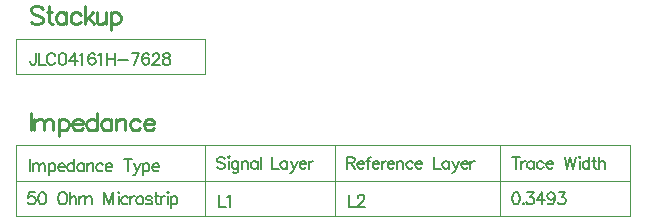
<source format=gbr>
%TF.GenerationSoftware,Altium Limited,Altium Designer,25.2.1 (25)*%
G04 Layer_Color=16777215*
%FSLAX45Y45*%
%MOMM*%
%TF.SameCoordinates,2968D444-F816-4350-AB46-43E4CE3DDFF8*%
%TF.FilePolarity,Positive*%
%TF.FileFunction,Other,Fab_Notes*%
%TF.Part,Single*%
G01*
G75*
%TA.AperFunction,NonConductor*%
%ADD56C,0.25000*%
%ADD58C,0.20000*%
%ADD102C,0.10000*%
D56*
X-3375000Y2875000D02*
Y2725033D01*
X-3343579Y2825011D02*
Y2725033D01*
Y2796446D02*
X-3322155Y2817870D01*
X-3307872Y2825011D01*
X-3286448D01*
X-3272165Y2817870D01*
X-3265024Y2796446D01*
Y2725033D01*
Y2796446D02*
X-3243600Y2817870D01*
X-3229317Y2825011D01*
X-3207893D01*
X-3193611Y2817870D01*
X-3186469Y2796446D01*
Y2725033D01*
X-3139337Y2825011D02*
Y2675043D01*
Y2803587D02*
X-3125054Y2817870D01*
X-3110771Y2825011D01*
X-3089347D01*
X-3075065Y2817870D01*
X-3060782Y2803587D01*
X-3053641Y2782163D01*
Y2767881D01*
X-3060782Y2746457D01*
X-3075065Y2732174D01*
X-3089347Y2725033D01*
X-3110771D01*
X-3125054Y2732174D01*
X-3139337Y2746457D01*
X-3021505Y2782163D02*
X-2935809D01*
Y2796446D01*
X-2942950Y2810728D01*
X-2950091Y2817870D01*
X-2964374Y2825011D01*
X-2985798D01*
X-3000081Y2817870D01*
X-3014364Y2803587D01*
X-3021505Y2782163D01*
Y2767881D01*
X-3014364Y2746457D01*
X-3000081Y2732174D01*
X-2985798Y2725033D01*
X-2964374D01*
X-2950091Y2732174D01*
X-2935809Y2746457D01*
X-2817977Y2875000D02*
Y2725033D01*
Y2803587D02*
X-2832260Y2817870D01*
X-2846542Y2825011D01*
X-2867966D01*
X-2882249Y2817870D01*
X-2896532Y2803587D01*
X-2903673Y2782163D01*
Y2767881D01*
X-2896532Y2746457D01*
X-2882249Y2732174D01*
X-2867966Y2725033D01*
X-2846542D01*
X-2832260Y2732174D01*
X-2817977Y2746457D01*
X-2692290Y2825011D02*
Y2725033D01*
Y2803587D02*
X-2706572Y2817870D01*
X-2720855Y2825011D01*
X-2742279D01*
X-2756562Y2817870D01*
X-2770844Y2803587D01*
X-2777986Y2782163D01*
Y2767881D01*
X-2770844Y2746457D01*
X-2756562Y2732174D01*
X-2742279Y2725033D01*
X-2720855D01*
X-2706572Y2732174D01*
X-2692290Y2746457D01*
X-2652298Y2825011D02*
Y2725033D01*
Y2796446D02*
X-2630874Y2817870D01*
X-2616592Y2825011D01*
X-2595168D01*
X-2580885Y2817870D01*
X-2573744Y2796446D01*
Y2725033D01*
X-2448771Y2803587D02*
X-2463053Y2817870D01*
X-2477336Y2825011D01*
X-2498760D01*
X-2513042Y2817870D01*
X-2527325Y2803587D01*
X-2534466Y2782163D01*
Y2767881D01*
X-2527325Y2746457D01*
X-2513042Y2732174D01*
X-2498760Y2725033D01*
X-2477336D01*
X-2463053Y2732174D01*
X-2448771Y2746457D01*
X-2416634Y2782163D02*
X-2330939D01*
Y2796446D01*
X-2338080Y2810728D01*
X-2345221Y2817870D01*
X-2359504Y2825011D01*
X-2380928D01*
X-2395211Y2817870D01*
X-2409493Y2803587D01*
X-2416634Y2782163D01*
Y2767881D01*
X-2409493Y2746457D01*
X-2395211Y2732174D01*
X-2380928Y2725033D01*
X-2359504D01*
X-2345221Y2732174D01*
X-2330939Y2746457D01*
X-3275022Y3753576D02*
X-3289305Y3767859D01*
X-3310728Y3775000D01*
X-3339294D01*
X-3360718Y3767859D01*
X-3375000Y3753576D01*
Y3739294D01*
X-3367859Y3725011D01*
X-3360718Y3717870D01*
X-3346435Y3710728D01*
X-3303587Y3696446D01*
X-3289305Y3689305D01*
X-3282163Y3682163D01*
X-3275022Y3667881D01*
Y3646457D01*
X-3289305Y3632174D01*
X-3310728Y3625033D01*
X-3339294D01*
X-3360718Y3632174D01*
X-3375000Y3646457D01*
X-3220034Y3775000D02*
Y3653598D01*
X-3212892Y3632174D01*
X-3198610Y3625033D01*
X-3184327D01*
X-3241458Y3725011D02*
X-3191468D01*
X-3077207D02*
Y3625033D01*
Y3703587D02*
X-3091490Y3717870D01*
X-3105772Y3725011D01*
X-3127196D01*
X-3141479Y3717870D01*
X-3155762Y3703587D01*
X-3162903Y3682163D01*
Y3667881D01*
X-3155762Y3646457D01*
X-3141479Y3632174D01*
X-3127196Y3625033D01*
X-3105772D01*
X-3091490Y3632174D01*
X-3077207Y3646457D01*
X-2951520Y3703587D02*
X-2965802Y3717870D01*
X-2980085Y3725011D01*
X-3001509D01*
X-3015792Y3717870D01*
X-3030074Y3703587D01*
X-3037216Y3682163D01*
Y3667881D01*
X-3030074Y3646457D01*
X-3015792Y3632174D01*
X-3001509Y3625033D01*
X-2980085D01*
X-2965802Y3632174D01*
X-2951520Y3646457D01*
X-2919384Y3775000D02*
Y3625033D01*
X-2847970Y3725011D02*
X-2919384Y3653598D01*
X-2890818Y3682163D02*
X-2840829Y3625033D01*
X-2817263Y3725011D02*
Y3653598D01*
X-2810122Y3632174D01*
X-2795839Y3625033D01*
X-2774415D01*
X-2760132Y3632174D01*
X-2738708Y3653598D01*
Y3725011D02*
Y3625033D01*
X-2699431Y3725011D02*
Y3575043D01*
Y3703587D02*
X-2685148Y3717870D01*
X-2670866Y3725011D01*
X-2649442D01*
X-2635159Y3717870D01*
X-2620876Y3703587D01*
X-2613735Y3682163D01*
Y3667881D01*
X-2620876Y3646457D01*
X-2635159Y3632174D01*
X-2649442Y3625033D01*
X-2670866D01*
X-2685148Y3632174D01*
X-2699431Y3646457D01*
D58*
X-1780000Y2180000D02*
Y2080021D01*
X-1722870D01*
X-1711920Y2160956D02*
X-1702398Y2165717D01*
X-1688115Y2180000D01*
Y2080021D01*
X-680000Y2180000D02*
Y2080021D01*
X-622869D01*
X-607159Y2156195D02*
Y2160956D01*
X-602398Y2170478D01*
X-597637Y2175239D01*
X-588115Y2180000D01*
X-569072D01*
X-559550Y2175239D01*
X-554789Y2170478D01*
X-550028Y2160956D01*
Y2151435D01*
X-554789Y2141913D01*
X-564311Y2127630D01*
X-611920Y2080021D01*
X-545267D01*
X728565Y2199979D02*
X714283Y2195218D01*
X704761Y2180935D01*
X700000Y2157131D01*
Y2142848D01*
X704761Y2119044D01*
X714283Y2104761D01*
X728565Y2100000D01*
X738087D01*
X752370Y2104761D01*
X761891Y2119044D01*
X766652Y2142848D01*
Y2157131D01*
X761891Y2180935D01*
X752370Y2195218D01*
X738087Y2199979D01*
X728565D01*
X793789Y2109522D02*
X789028Y2104761D01*
X793789Y2100000D01*
X798550Y2104761D01*
X793789Y2109522D01*
X829972Y2199979D02*
X882342D01*
X853777Y2161891D01*
X868059D01*
X877581Y2157131D01*
X882342Y2152370D01*
X887103Y2138087D01*
Y2128565D01*
X882342Y2114283D01*
X872820Y2104761D01*
X858537Y2100000D01*
X844255D01*
X829972Y2104761D01*
X825211Y2109522D01*
X820450Y2119044D01*
X957088Y2199979D02*
X909479Y2133326D01*
X980892D01*
X957088Y2199979D02*
Y2100000D01*
X1060399Y2166652D02*
X1055638Y2152370D01*
X1046116Y2142848D01*
X1031834Y2138087D01*
X1027073D01*
X1012790Y2142848D01*
X1003268Y2152370D01*
X998507Y2166652D01*
Y2171413D01*
X1003268Y2185696D01*
X1012790Y2195218D01*
X1027073Y2199979D01*
X1031834D01*
X1046116Y2195218D01*
X1055638Y2185696D01*
X1060399Y2166652D01*
Y2142848D01*
X1055638Y2119044D01*
X1046116Y2104761D01*
X1031834Y2100000D01*
X1022312D01*
X1008029Y2104761D01*
X1003268Y2114283D01*
X1097057Y2199979D02*
X1149427D01*
X1120862Y2161891D01*
X1135145D01*
X1144666Y2157131D01*
X1149427Y2152370D01*
X1154188Y2138087D01*
Y2128565D01*
X1149427Y2114283D01*
X1139906Y2104761D01*
X1125623Y2100000D01*
X1111340D01*
X1097057Y2104761D01*
X1092297Y2109522D01*
X1087536Y2119044D01*
X-3342869Y2199979D02*
X-3390478D01*
X-3395239Y2157131D01*
X-3390478Y2161891D01*
X-3376196Y2166652D01*
X-3361913D01*
X-3347630Y2161891D01*
X-3338109Y2152370D01*
X-3333348Y2138087D01*
Y2128565D01*
X-3338109Y2114283D01*
X-3347630Y2104761D01*
X-3361913Y2100000D01*
X-3376196D01*
X-3390478Y2104761D01*
X-3395239Y2109522D01*
X-3400000Y2119044D01*
X-3282406Y2199979D02*
X-3296689Y2195218D01*
X-3306211Y2180935D01*
X-3310972Y2157131D01*
Y2142848D01*
X-3306211Y2119044D01*
X-3296689Y2104761D01*
X-3282406Y2100000D01*
X-3272884D01*
X-3258602Y2104761D01*
X-3249080Y2119044D01*
X-3244319Y2142848D01*
Y2157131D01*
X-3249080Y2180935D01*
X-3258602Y2195218D01*
X-3272884Y2199979D01*
X-3282406D01*
X-3114823D02*
X-3124345Y2195218D01*
X-3133867Y2185696D01*
X-3138627Y2176174D01*
X-3143388Y2161891D01*
Y2138087D01*
X-3138627Y2123804D01*
X-3133867Y2114283D01*
X-3124345Y2104761D01*
X-3114823Y2100000D01*
X-3095779D01*
X-3086258Y2104761D01*
X-3076736Y2114283D01*
X-3071975Y2123804D01*
X-3067214Y2138087D01*
Y2161891D01*
X-3071975Y2176174D01*
X-3076736Y2185696D01*
X-3086258Y2195218D01*
X-3095779Y2199979D01*
X-3114823D01*
X-3043886D02*
Y2100000D01*
Y2147609D02*
X-3029603Y2161891D01*
X-3020082Y2166652D01*
X-3005799D01*
X-2996277Y2161891D01*
X-2991516Y2147609D01*
Y2100000D01*
X-2965331Y2166652D02*
Y2100000D01*
Y2147609D02*
X-2951049Y2161891D01*
X-2941527Y2166652D01*
X-2927244D01*
X-2917722Y2161891D01*
X-2912962Y2147609D01*
Y2100000D01*
Y2147609D02*
X-2898679Y2161891D01*
X-2889157Y2166652D01*
X-2874875D01*
X-2865353Y2161891D01*
X-2860592Y2147609D01*
Y2100000D01*
X-2750616Y2199979D02*
Y2100000D01*
Y2199979D02*
X-2712528Y2100000D01*
X-2674441Y2199979D02*
X-2712528Y2100000D01*
X-2674441Y2199979D02*
Y2100000D01*
X-2636354Y2199979D02*
X-2631593Y2195218D01*
X-2626832Y2199979D01*
X-2631593Y2204739D01*
X-2636354Y2199979D01*
X-2631593Y2166652D02*
Y2100000D01*
X-2552087Y2152370D02*
X-2561608Y2161891D01*
X-2571130Y2166652D01*
X-2585413D01*
X-2594935Y2161891D01*
X-2604456Y2152370D01*
X-2609217Y2138087D01*
Y2128565D01*
X-2604456Y2114283D01*
X-2594935Y2104761D01*
X-2585413Y2100000D01*
X-2571130D01*
X-2561608Y2104761D01*
X-2552087Y2114283D01*
X-2530663Y2166652D02*
Y2100000D01*
Y2138087D02*
X-2525902Y2152370D01*
X-2516380Y2161891D01*
X-2506858Y2166652D01*
X-2492576D01*
X-2459726D02*
X-2469247Y2161891D01*
X-2478769Y2152370D01*
X-2483530Y2138087D01*
Y2128565D01*
X-2478769Y2114283D01*
X-2469247Y2104761D01*
X-2459726Y2100000D01*
X-2445443D01*
X-2435921Y2104761D01*
X-2426399Y2114283D01*
X-2421639Y2128565D01*
Y2138087D01*
X-2426399Y2152370D01*
X-2435921Y2161891D01*
X-2445443Y2166652D01*
X-2459726D01*
X-2347369Y2152370D02*
X-2352129Y2161891D01*
X-2366412Y2166652D01*
X-2380695D01*
X-2394977Y2161891D01*
X-2399738Y2152370D01*
X-2394977Y2142848D01*
X-2385456Y2138087D01*
X-2361651Y2133326D01*
X-2352129Y2128565D01*
X-2347369Y2119044D01*
Y2114283D01*
X-2352129Y2104761D01*
X-2366412Y2100000D01*
X-2380695D01*
X-2394977Y2104761D01*
X-2399738Y2114283D01*
X-2312138Y2199979D02*
Y2119044D01*
X-2307377Y2104761D01*
X-2297855Y2100000D01*
X-2288334D01*
X-2326421Y2166652D02*
X-2293094D01*
X-2274051D02*
Y2100000D01*
Y2138087D02*
X-2269290Y2152370D01*
X-2259768Y2161891D01*
X-2250247Y2166652D01*
X-2235964D01*
X-2217397Y2199979D02*
X-2212636Y2195218D01*
X-2207875Y2199979D01*
X-2212636Y2204739D01*
X-2217397Y2199979D01*
X-2212636Y2166652D02*
Y2100000D01*
X-2190260Y2166652D02*
Y2066674D01*
Y2152370D02*
X-2180738Y2161891D01*
X-2171216Y2166652D01*
X-2156933D01*
X-2147412Y2161891D01*
X-2137890Y2152370D01*
X-2133129Y2138087D01*
Y2128565D01*
X-2137890Y2114283D01*
X-2147412Y2104761D01*
X-2156933Y2100000D01*
X-2171216D01*
X-2180738Y2104761D01*
X-2190260Y2114283D01*
X-3380000Y2480000D02*
Y2380021D01*
X-3359052Y2446674D02*
Y2380021D01*
Y2427630D02*
X-3344770Y2441913D01*
X-3335248Y2446674D01*
X-3320965D01*
X-3311443Y2441913D01*
X-3306682Y2427630D01*
Y2380021D01*
Y2427630D02*
X-3292400Y2441913D01*
X-3282878Y2446674D01*
X-3268595D01*
X-3259073Y2441913D01*
X-3254313Y2427630D01*
Y2380021D01*
X-3222891Y2446674D02*
Y2346695D01*
Y2432391D02*
X-3213369Y2441913D01*
X-3203847Y2446674D01*
X-3189565D01*
X-3180043Y2441913D01*
X-3170521Y2432391D01*
X-3165760Y2418108D01*
Y2408587D01*
X-3170521Y2394304D01*
X-3180043Y2384782D01*
X-3189565Y2380021D01*
X-3203847D01*
X-3213369Y2384782D01*
X-3222891Y2394304D01*
X-3144336Y2418108D02*
X-3087206D01*
Y2427630D01*
X-3091967Y2437152D01*
X-3096727Y2441913D01*
X-3106249Y2446674D01*
X-3120532D01*
X-3130054Y2441913D01*
X-3139575Y2432391D01*
X-3144336Y2418108D01*
Y2408587D01*
X-3139575Y2394304D01*
X-3130054Y2384782D01*
X-3120532Y2380021D01*
X-3106249D01*
X-3096727Y2384782D01*
X-3087206Y2394304D01*
X-3008651Y2480000D02*
Y2380021D01*
Y2432391D02*
X-3018173Y2441913D01*
X-3027695Y2446674D01*
X-3041977D01*
X-3051499Y2441913D01*
X-3061021Y2432391D01*
X-3065782Y2418108D01*
Y2408587D01*
X-3061021Y2394304D01*
X-3051499Y2384782D01*
X-3041977Y2380021D01*
X-3027695D01*
X-3018173Y2384782D01*
X-3008651Y2394304D01*
X-2924860Y2446674D02*
Y2380021D01*
Y2432391D02*
X-2934381Y2441913D01*
X-2943903Y2446674D01*
X-2958186D01*
X-2967708Y2441913D01*
X-2977229Y2432391D01*
X-2981990Y2418108D01*
Y2408587D01*
X-2977229Y2394304D01*
X-2967708Y2384782D01*
X-2958186Y2380021D01*
X-2943903D01*
X-2934381Y2384782D01*
X-2924860Y2394304D01*
X-2898199Y2446674D02*
Y2380021D01*
Y2427630D02*
X-2883916Y2441913D01*
X-2874394Y2446674D01*
X-2860112D01*
X-2850590Y2441913D01*
X-2845829Y2427630D01*
Y2380021D01*
X-2762513Y2432391D02*
X-2772035Y2441913D01*
X-2781557Y2446674D01*
X-2795840D01*
X-2805361Y2441913D01*
X-2814883Y2432391D01*
X-2819644Y2418108D01*
Y2408587D01*
X-2814883Y2394304D01*
X-2805361Y2384782D01*
X-2795840Y2380021D01*
X-2781557D01*
X-2772035Y2384782D01*
X-2762513Y2394304D01*
X-2741090Y2418108D02*
X-2683959D01*
Y2427630D01*
X-2688720Y2437152D01*
X-2693481Y2441913D01*
X-2703002Y2446674D01*
X-2717285D01*
X-2726807Y2441913D01*
X-2736329Y2432391D01*
X-2741090Y2418108D01*
Y2408587D01*
X-2736329Y2394304D01*
X-2726807Y2384782D01*
X-2717285Y2380021D01*
X-2703002D01*
X-2693481Y2384782D01*
X-2683959Y2394304D01*
X-2550654Y2480000D02*
Y2380021D01*
X-2583980Y2480000D02*
X-2517328D01*
X-2500665Y2446674D02*
X-2472099Y2380021D01*
X-2443534Y2446674D02*
X-2472099Y2380021D01*
X-2481621Y2360978D01*
X-2491143Y2351456D01*
X-2500665Y2346695D01*
X-2505426D01*
X-2426871Y2446674D02*
Y2346695D01*
Y2432391D02*
X-2417349Y2441913D01*
X-2407828Y2446674D01*
X-2393545D01*
X-2384023Y2441913D01*
X-2374501Y2432391D01*
X-2369740Y2418108D01*
Y2408587D01*
X-2374501Y2394304D01*
X-2384023Y2384782D01*
X-2393545Y2380021D01*
X-2407828D01*
X-2417349Y2384782D01*
X-2426871Y2394304D01*
X-2348317Y2418108D02*
X-2291186D01*
Y2427630D01*
X-2295947Y2437152D01*
X-2300708Y2441913D01*
X-2310230Y2446674D01*
X-2324512D01*
X-2334034Y2441913D01*
X-2343556Y2432391D01*
X-2348317Y2418108D01*
Y2408587D01*
X-2343556Y2394304D01*
X-2334034Y2384782D01*
X-2324512Y2380021D01*
X-2310230D01*
X-2300708Y2384782D01*
X-2291186Y2394304D01*
X-1733348Y2485696D02*
X-1742870Y2495218D01*
X-1757152Y2499979D01*
X-1776196D01*
X-1790479Y2495218D01*
X-1800000Y2485696D01*
Y2476174D01*
X-1795239Y2466652D01*
X-1790479Y2461891D01*
X-1780957Y2457131D01*
X-1752391Y2447609D01*
X-1742870Y2442848D01*
X-1738109Y2438087D01*
X-1733348Y2428565D01*
Y2414283D01*
X-1742870Y2404761D01*
X-1757152Y2400000D01*
X-1776196D01*
X-1790479Y2404761D01*
X-1800000Y2414283D01*
X-1701450Y2499979D02*
X-1696689Y2495218D01*
X-1691928Y2499979D01*
X-1696689Y2504739D01*
X-1701450Y2499979D01*
X-1696689Y2466652D02*
Y2400000D01*
X-1617182Y2466652D02*
Y2390478D01*
X-1621943Y2376196D01*
X-1626704Y2371435D01*
X-1636226Y2366674D01*
X-1650509D01*
X-1660030Y2371435D01*
X-1617182Y2452370D02*
X-1626704Y2461891D01*
X-1636226Y2466652D01*
X-1650509D01*
X-1660030Y2461891D01*
X-1669552Y2452370D01*
X-1674313Y2438087D01*
Y2428565D01*
X-1669552Y2414283D01*
X-1660030Y2404761D01*
X-1650509Y2400000D01*
X-1636226D01*
X-1626704Y2404761D01*
X-1617182Y2414283D01*
X-1590521Y2466652D02*
Y2400000D01*
Y2447609D02*
X-1576239Y2461891D01*
X-1566717Y2466652D01*
X-1552434D01*
X-1542912Y2461891D01*
X-1538152Y2447609D01*
Y2400000D01*
X-1454836Y2466652D02*
Y2400000D01*
Y2452370D02*
X-1464358Y2461891D01*
X-1473880Y2466652D01*
X-1488162D01*
X-1497684Y2461891D01*
X-1507206Y2452370D01*
X-1511967Y2438087D01*
Y2428565D01*
X-1507206Y2414283D01*
X-1497684Y2404761D01*
X-1488162Y2400000D01*
X-1473880D01*
X-1464358Y2404761D01*
X-1454836Y2414283D01*
X-1428175Y2499979D02*
Y2400000D01*
X-1328673Y2499979D02*
Y2400000D01*
X-1271542D01*
X-1203461Y2466652D02*
Y2400000D01*
Y2452370D02*
X-1212983Y2461891D01*
X-1222505Y2466652D01*
X-1236788D01*
X-1246309Y2461891D01*
X-1255831Y2452370D01*
X-1260592Y2438087D01*
Y2428565D01*
X-1255831Y2414283D01*
X-1246309Y2404761D01*
X-1236788Y2400000D01*
X-1222505D01*
X-1212983Y2404761D01*
X-1203461Y2414283D01*
X-1172040Y2466652D02*
X-1143474Y2400000D01*
X-1114909Y2466652D02*
X-1143474Y2400000D01*
X-1152996Y2380956D01*
X-1162518Y2371435D01*
X-1172040Y2366674D01*
X-1176801D01*
X-1098246Y2438087D02*
X-1041115D01*
Y2447609D01*
X-1045876Y2457131D01*
X-1050637Y2461891D01*
X-1060159Y2466652D01*
X-1074442D01*
X-1083963Y2461891D01*
X-1093485Y2452370D01*
X-1098246Y2438087D01*
Y2428565D01*
X-1093485Y2414283D01*
X-1083963Y2404761D01*
X-1074442Y2400000D01*
X-1060159D01*
X-1050637Y2404761D01*
X-1041115Y2414283D01*
X-1019691Y2466652D02*
Y2400000D01*
Y2438087D02*
X-1014930Y2452370D01*
X-1005409Y2461891D01*
X-995887Y2466652D01*
X-981604D01*
X-700000Y2499979D02*
Y2400000D01*
Y2499979D02*
X-657152D01*
X-642869Y2495218D01*
X-638109Y2490457D01*
X-633348Y2480935D01*
Y2471413D01*
X-638109Y2461891D01*
X-642869Y2457131D01*
X-657152Y2452370D01*
X-700000D01*
X-666674D02*
X-633348Y2400000D01*
X-610972Y2438087D02*
X-553841D01*
Y2447609D01*
X-558602Y2457131D01*
X-563363Y2461891D01*
X-572885Y2466652D01*
X-587167D01*
X-596689Y2461891D01*
X-606211Y2452370D01*
X-610972Y2438087D01*
Y2428565D01*
X-606211Y2414283D01*
X-596689Y2404761D01*
X-587167Y2400000D01*
X-572885D01*
X-563363Y2404761D01*
X-553841Y2414283D01*
X-494330Y2499979D02*
X-503852D01*
X-513373Y2495218D01*
X-518134Y2480935D01*
Y2400000D01*
X-532417Y2466652D02*
X-499091D01*
X-480047Y2438087D02*
X-422917D01*
Y2447609D01*
X-427678Y2457131D01*
X-432438Y2461891D01*
X-441960Y2466652D01*
X-456243D01*
X-465765Y2461891D01*
X-475286Y2452370D01*
X-480047Y2438087D01*
Y2428565D01*
X-475286Y2414283D01*
X-465765Y2404761D01*
X-456243Y2400000D01*
X-441960D01*
X-432438Y2404761D01*
X-422917Y2414283D01*
X-401493Y2466652D02*
Y2400000D01*
Y2438087D02*
X-396732Y2452370D01*
X-387210Y2461891D01*
X-377688Y2466652D01*
X-363406D01*
X-354360Y2438087D02*
X-297229D01*
Y2447609D01*
X-301990Y2457131D01*
X-306751Y2461891D01*
X-316273Y2466652D01*
X-330556D01*
X-340077Y2461891D01*
X-349599Y2452370D01*
X-354360Y2438087D01*
Y2428565D01*
X-349599Y2414283D01*
X-340077Y2404761D01*
X-330556Y2400000D01*
X-316273D01*
X-306751Y2404761D01*
X-297229Y2414283D01*
X-275805Y2466652D02*
Y2400000D01*
Y2447609D02*
X-261523Y2461891D01*
X-252001Y2466652D01*
X-237718D01*
X-228196Y2461891D01*
X-223436Y2447609D01*
Y2400000D01*
X-140120Y2452370D02*
X-149642Y2461891D01*
X-159164Y2466652D01*
X-173446D01*
X-182968Y2461891D01*
X-192490Y2452370D01*
X-197251Y2438087D01*
Y2428565D01*
X-192490Y2414283D01*
X-182968Y2404761D01*
X-173446Y2400000D01*
X-159164D01*
X-149642Y2404761D01*
X-140120Y2414283D01*
X-118696Y2438087D02*
X-61566D01*
Y2447609D01*
X-66327Y2457131D01*
X-71087Y2461891D01*
X-80609Y2466652D01*
X-94892D01*
X-104414Y2461891D01*
X-113935Y2452370D01*
X-118696Y2438087D01*
Y2428565D01*
X-113935Y2414283D01*
X-104414Y2404761D01*
X-94892Y2400000D01*
X-80609D01*
X-71087Y2404761D01*
X-61566Y2414283D01*
X38413Y2499979D02*
Y2400000D01*
X95544D01*
X163624Y2466652D02*
Y2400000D01*
Y2452370D02*
X154103Y2461891D01*
X144581Y2466652D01*
X130298D01*
X120776Y2461891D01*
X111255Y2452370D01*
X106494Y2438087D01*
Y2428565D01*
X111255Y2414283D01*
X120776Y2404761D01*
X130298Y2400000D01*
X144581D01*
X154103Y2404761D01*
X163624Y2414283D01*
X195046Y2466652D02*
X223611Y2400000D01*
X252177Y2466652D02*
X223611Y2400000D01*
X214089Y2380956D01*
X204568Y2371435D01*
X195046Y2366674D01*
X190285D01*
X268840Y2438087D02*
X325970D01*
Y2447609D01*
X321209Y2457131D01*
X316449Y2461891D01*
X306927Y2466652D01*
X292644D01*
X283122Y2461891D01*
X273601Y2452370D01*
X268840Y2438087D01*
Y2428565D01*
X273601Y2414283D01*
X283122Y2404761D01*
X292644Y2400000D01*
X306927D01*
X316449Y2404761D01*
X325970Y2414283D01*
X347394Y2466652D02*
Y2400000D01*
Y2438087D02*
X352155Y2452370D01*
X361677Y2461891D01*
X371199Y2466652D01*
X385481D01*
X733326Y2499979D02*
Y2400000D01*
X700000Y2499979D02*
X766652D01*
X778554Y2466652D02*
Y2400000D01*
Y2438087D02*
X783315Y2452370D01*
X792837Y2461891D01*
X802359Y2466652D01*
X816641D01*
X882818D02*
Y2400000D01*
Y2452370D02*
X873296Y2461891D01*
X863774Y2466652D01*
X849492D01*
X839970Y2461891D01*
X830448Y2452370D01*
X825687Y2438087D01*
Y2428565D01*
X830448Y2414283D01*
X839970Y2404761D01*
X849492Y2400000D01*
X863774D01*
X873296Y2404761D01*
X882818Y2414283D01*
X966609Y2452370D02*
X957088Y2461891D01*
X947566Y2466652D01*
X933283D01*
X923761Y2461891D01*
X914240Y2452370D01*
X909479Y2438087D01*
Y2428565D01*
X914240Y2414283D01*
X923761Y2404761D01*
X933283Y2400000D01*
X947566D01*
X957088Y2404761D01*
X966609Y2414283D01*
X988033Y2438087D02*
X1045164D01*
Y2447609D01*
X1040403Y2457131D01*
X1035642Y2461891D01*
X1026120Y2466652D01*
X1011838D01*
X1002316Y2461891D01*
X992794Y2452370D01*
X988033Y2438087D01*
Y2428565D01*
X992794Y2414283D01*
X1002316Y2404761D01*
X1011838Y2400000D01*
X1026120D01*
X1035642Y2404761D01*
X1045164Y2414283D01*
X1145142Y2499979D02*
X1168947Y2400000D01*
X1192751Y2499979D02*
X1168947Y2400000D01*
X1192751Y2499979D02*
X1216556Y2400000D01*
X1240360Y2499979D02*
X1216556Y2400000D01*
X1269878Y2499979D02*
X1274639Y2495218D01*
X1279400Y2499979D01*
X1274639Y2504739D01*
X1269878Y2499979D01*
X1274639Y2466652D02*
Y2400000D01*
X1354145Y2499979D02*
Y2400000D01*
Y2452370D02*
X1344624Y2461891D01*
X1335102Y2466652D01*
X1320819D01*
X1311297Y2461891D01*
X1301776Y2452370D01*
X1297015Y2438087D01*
Y2428565D01*
X1301776Y2414283D01*
X1311297Y2404761D01*
X1320819Y2400000D01*
X1335102D01*
X1344624Y2404761D01*
X1354145Y2414283D01*
X1395089Y2499979D02*
Y2419044D01*
X1399850Y2404761D01*
X1409372Y2400000D01*
X1418893D01*
X1380806Y2466652D02*
X1414133D01*
X1433176Y2499979D02*
Y2400000D01*
Y2447609D02*
X1447459Y2461891D01*
X1456980Y2466652D01*
X1471263D01*
X1480785Y2461891D01*
X1485546Y2447609D01*
Y2400000D01*
X-3332391Y3380000D02*
Y3303826D01*
X-3337152Y3289543D01*
X-3341913Y3284782D01*
X-3351435Y3280021D01*
X-3360956D01*
X-3370478Y3284782D01*
X-3375239Y3289543D01*
X-3380000Y3303826D01*
Y3313348D01*
X-3306682Y3380000D02*
Y3280021D01*
X-3249552D01*
X-3167188Y3356195D02*
X-3171949Y3365717D01*
X-3181471Y3375239D01*
X-3190993Y3380000D01*
X-3210037D01*
X-3219558Y3375239D01*
X-3229080Y3365717D01*
X-3233841Y3356195D01*
X-3238602Y3341913D01*
Y3318108D01*
X-3233841Y3303826D01*
X-3229080Y3294304D01*
X-3219558Y3284782D01*
X-3210037Y3280021D01*
X-3190993D01*
X-3181471Y3284782D01*
X-3171949Y3294304D01*
X-3167188Y3303826D01*
X-3110534Y3380000D02*
X-3124817Y3375239D01*
X-3134338Y3360956D01*
X-3139099Y3337152D01*
Y3322869D01*
X-3134338Y3299065D01*
X-3124817Y3284782D01*
X-3110534Y3280021D01*
X-3101012D01*
X-3086730Y3284782D01*
X-3077208Y3299065D01*
X-3072447Y3322869D01*
Y3337152D01*
X-3077208Y3360956D01*
X-3086730Y3375239D01*
X-3101012Y3380000D01*
X-3110534D01*
X-3002462D02*
X-3050071Y3313348D01*
X-2978657D01*
X-3002462Y3380000D02*
Y3280021D01*
X-2961042Y3360956D02*
X-2951521Y3365717D01*
X-2937238Y3380000D01*
Y3280021D01*
X-2830594Y3365717D02*
X-2835355Y3375239D01*
X-2849638Y3380000D01*
X-2859159D01*
X-2873442Y3375239D01*
X-2882964Y3360956D01*
X-2887725Y3337152D01*
Y3313348D01*
X-2882964Y3294304D01*
X-2873442Y3284782D01*
X-2859159Y3280021D01*
X-2854398D01*
X-2840116Y3284782D01*
X-2830594Y3294304D01*
X-2825833Y3308587D01*
Y3313348D01*
X-2830594Y3327630D01*
X-2840116Y3337152D01*
X-2854398Y3341913D01*
X-2859159D01*
X-2873442Y3337152D01*
X-2882964Y3327630D01*
X-2887725Y3313348D01*
X-2803933Y3360956D02*
X-2794411Y3365717D01*
X-2780129Y3380000D01*
Y3280021D01*
X-2730616Y3380000D02*
Y3280021D01*
X-2663963Y3380000D02*
Y3280021D01*
X-2730616Y3332391D02*
X-2663963D01*
X-2636350Y3322869D02*
X-2550654D01*
X-2454484Y3380000D02*
X-2502093Y3280021D01*
X-2521137Y3380000D02*
X-2454484D01*
X-2374977Y3365717D02*
X-2379738Y3375239D01*
X-2394021Y3380000D01*
X-2403543D01*
X-2417825Y3375239D01*
X-2427347Y3360956D01*
X-2432108Y3337152D01*
Y3313348D01*
X-2427347Y3294304D01*
X-2417825Y3284782D01*
X-2403543Y3280021D01*
X-2398782D01*
X-2384499Y3284782D01*
X-2374977Y3294304D01*
X-2370217Y3308587D01*
Y3313348D01*
X-2374977Y3327630D01*
X-2384499Y3337152D01*
X-2398782Y3341913D01*
X-2403543D01*
X-2417825Y3337152D01*
X-2427347Y3327630D01*
X-2432108Y3313348D01*
X-2343556Y3356195D02*
Y3360956D01*
X-2338795Y3370478D01*
X-2334034Y3375239D01*
X-2324512Y3380000D01*
X-2305469D01*
X-2295947Y3375239D01*
X-2291186Y3370478D01*
X-2286425Y3360956D01*
Y3351435D01*
X-2291186Y3341913D01*
X-2300708Y3327630D01*
X-2348317Y3280021D01*
X-2281664D01*
X-2235484Y3380000D02*
X-2249766Y3375239D01*
X-2254527Y3365717D01*
Y3356195D01*
X-2249766Y3346674D01*
X-2240244Y3341913D01*
X-2221201Y3337152D01*
X-2206918Y3332391D01*
X-2197397Y3322869D01*
X-2192636Y3313348D01*
Y3299065D01*
X-2197397Y3289543D01*
X-2202157Y3284782D01*
X-2216440Y3280021D01*
X-2235484D01*
X-2249766Y3284782D01*
X-2254527Y3289543D01*
X-2259288Y3299065D01*
Y3313348D01*
X-2254527Y3322869D01*
X-2245005Y3332391D01*
X-2230723Y3337152D01*
X-2211679Y3341913D01*
X-2202157Y3346674D01*
X-2197397Y3356195D01*
Y3365717D01*
X-2202157Y3375239D01*
X-2216440Y3380000D01*
X-2235484D01*
D102*
X-3500000Y2000000D02*
Y2600000D01*
Y2000000D02*
X1700000D01*
X-800000D02*
Y2600000D01*
X-3500000Y2300000D02*
X1700000D01*
X-3500000Y2600000D02*
X1700000D01*
X-1900000Y2000000D02*
Y2600000D01*
X600000Y2000000D02*
Y2600000D01*
X1700000Y2000000D02*
Y2600000D01*
X-3500000Y3500000D02*
X-1900000D01*
X-3500000Y3200000D02*
X-1900000D01*
X-3500000D02*
Y3500000D01*
X-1900000Y3200000D02*
Y3500000D01*
%TF.MD5,e767fa895b0c643a6e4a36510f4dfaea*%
M02*

</source>
